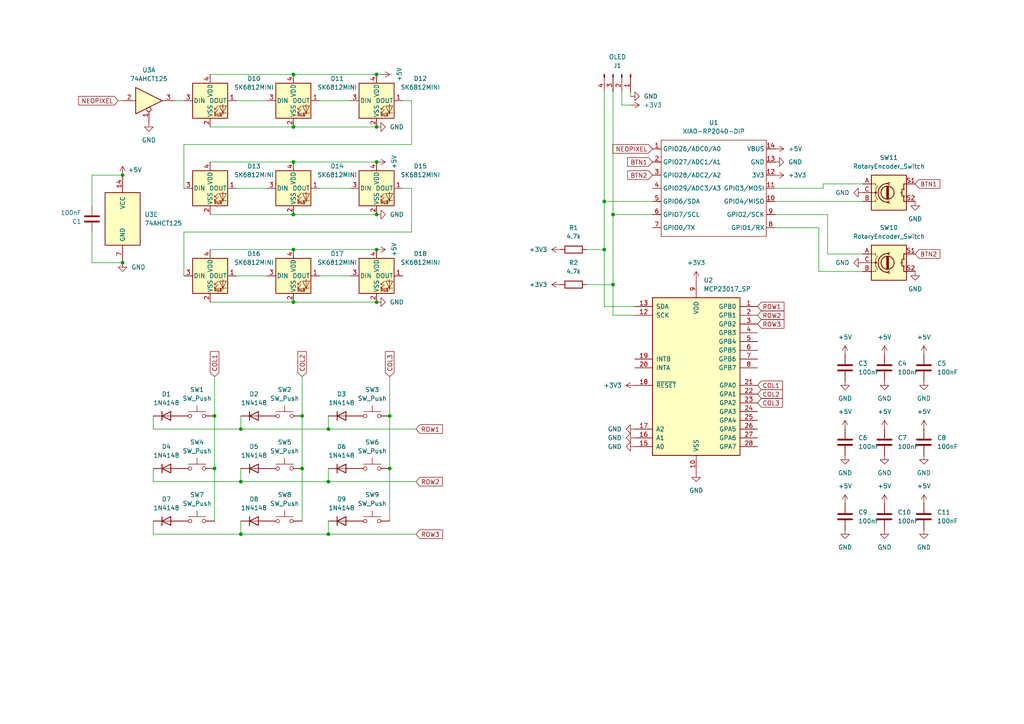
<source format=kicad_sch>
(kicad_sch (version 20250114) (generator "eeschema") (generator_version "9.0")
  (paper "A4")
  (title_block (date "2025-05-26"))
  (lib_symbols
    (symbol "74xx:74AHCT125" (pin_names (offset 1.016))
      (property "Reference" "U" (at 0 1.27 0))
      (property "Value" "74AHCT125" (at 0 -1.27 0))
      (symbol "74AHCT125_1_0"
        (polyline (pts (xy -3.81 3.81) (xy -3.81 -3.81) (xy 3.81 0) (xy -3.81 3.81)) (stroke (width 0.254)) (fill (type background)))
        (pin input line (at -7.62 0 0) (length 3.81) (name "~") (number "2"))
        (pin input inverted (at 0 -6.35 90) (length 4.445) (name "~") (number "1"))
        (pin tri_state line (at 7.62 0 180) (length 3.81) (name "~") (number "3"))
      )
      (symbol "74AHCT125_2_0"
        (polyline (pts (xy -3.81 3.81) (xy -3.81 -3.81) (xy 3.81 0) (xy -3.81 3.81)) (stroke (width 0.254)) (fill (type background)))
        (pin input line (at -7.62 0 0) (length 3.81) (name "~") (number "5"))
        (pin input inverted (at 0 -6.35 90) (length 4.445) (name "~") (number "4"))
        (pin tri_state line (at 7.62 0 180) (length 3.81) (name "~") (number "6"))
      )
      (symbol "74AHCT125_3_0"
        (polyline (pts (xy -3.81 3.81) (xy -3.81 -3.81) (xy 3.81 0) (xy -3.81 3.81)) (stroke (width 0.254)) (fill (type background)))
        (pin input line (at -7.62 0 0) (length 3.81) (name "~") (number "9"))
        (pin input inverted (at 0 -6.35 90) (length 4.445) (name "~") (number "10"))
        (pin tri_state line (at 7.62 0 180) (length 3.81) (name "~") (number "8"))
      )
      (symbol "74AHCT125_4_0"
        (polyline (pts (xy -3.81 3.81) (xy -3.81 -3.81) (xy 3.81 0) (xy -3.81 3.81)) (stroke (width 0.254)) (fill (type background)))
        (pin input line (at -7.62 0 0) (length 3.81) (name "~") (number "12"))
        (pin input inverted (at 0 -6.35 90) (length 4.445) (name "~") (number "13"))
        (pin tri_state line (at 7.62 0 180) (length 3.81) (name "~") (number "11"))
      )
      (symbol "74AHCT125_5_0"
        (pin power_in line (at 0 12.7 270) (length 5.08) (name "VCC") (number "14"))
        (pin power_in line (at 0 -12.7 90) (length 5.08) (name "GND") (number "7"))
      )
      (symbol "74AHCT125_5_1"
        (rectangle (start -5.08 7.62) (end 5.08 -7.62) (stroke (width 0.254)) (fill (type background)))
      )
    )
    (symbol "Connector:Conn_01x04_Pin" (pin_names (offset 1.016) (hide yes))
      (property "Reference" "J" (at 0 5.08 0))
      (property "Value" "Conn_01x04_Pin" (at 0 -7.62 0))
      (symbol "Conn_01x04_Pin_1_1"
        (rectangle (start 0.8636 2.667) (end 0 2.413) (stroke (width 0.1524)) (fill (type outline)))
        (rectangle (start 0.8636 0.127) (end 0 -0.127) (stroke (width 0.1524)) (fill (type outline)))
        (rectangle (start 0.8636 -2.413) (end 0 -2.667) (stroke (width 0.1524)) (fill (type outline)))
        (rectangle (start 0.8636 -4.953) (end 0 -5.207) (stroke (width 0.1524)) (fill (type outline)))
        (polyline (pts (xy 1.27 2.54) (xy 0.8636 2.54)) (stroke (width 0.1524)))
        (polyline (pts (xy 1.27 0) (xy 0.8636 0)) (stroke (width 0.1524)))
        (polyline (pts (xy 1.27 -2.54) (xy 0.8636 -2.54)) (stroke (width 0.1524)))
        (polyline (pts (xy 1.27 -5.08) (xy 0.8636 -5.08)) (stroke (width 0.1524)))
        (pin passive line (at 5.08 2.54 180) (length 3.81) (name "Pin_1") (number "1"))
        (pin passive line (at 5.08 0 180) (length 3.81) (name "Pin_2") (number "2"))
        (pin passive line (at 5.08 -2.54 180) (length 3.81) (name "Pin_3") (number "3"))
        (pin passive line (at 5.08 -5.08 180) (length 3.81) (name "Pin_4") (number "4"))
      )
    )
    (symbol "Device:C" (pin_numbers (hide yes)) (pin_names (offset 0.254))
      (property "Reference" "C" (at 0.635 2.54 0))
      (property "Value" "C" (at 0.635 -2.54 0))
      (symbol "C_0_1"
        (polyline (pts (xy -2.032 0.762) (xy 2.032 0.762)) (stroke (width 0.508)))
        (polyline (pts (xy -2.032 -0.762) (xy 2.032 -0.762)) (stroke (width 0.508)))
      )
      (symbol "C_1_1"
        (pin passive line (at 0 3.81 270) (length 2.794) (name "~") (number "1"))
        (pin passive line (at 0 -3.81 90) (length 2.794) (name "~") (number "2"))
      )
    )
    (symbol "Device:R" (pin_numbers (hide yes)) (pin_names (offset 0))
      (property "Reference" "R" (at 2.032 0 90))
      (property "Value" "R" (at 0 0 90))
      (symbol "R_0_1"
        (rectangle (start -1.016 -2.54) (end 1.016 2.54) (stroke (width 0.254)))
      )
      (symbol "R_1_1"
        (pin passive line (at 0 3.81 270) (length 1.27) (name "~") (number "1"))
        (pin passive line (at 0 -3.81 90) (length 1.27) (name "~") (number "2"))
      )
    )
    (symbol "Device:RotaryEncoder_Switch" (pin_names (offset 0.254) (hide yes))
      (property "Reference" "SW" (at 0 6.604 0))
      (property "Value" "RotaryEncoder_Switch" (at 0 -6.604 0))
      (symbol "RotaryEncoder_Switch_0_1"
        (rectangle (start -5.08 5.08) (end 5.08 -5.08) (stroke (width 0.254)) (fill (type background)))
        (polyline (pts (xy -5.08 2.54) (xy -3.81 2.54) (xy -3.81 2.032)))
        (polyline (pts (xy -5.08 0) (xy -3.81 0) (xy -3.81 -1.016) (xy -3.302 -2.032)))
        (polyline (pts (xy -5.08 -2.54) (xy -3.81 -2.54) (xy -3.81 -2.032)))
        (polyline (pts (xy -4.318 0) (xy -3.81 0) (xy -3.81 1.016) (xy -3.302 2.032)))
        (circle (center -3.81 0) (radius 0.254) (fill (type outline)))
        (polyline (pts (xy -0.635 -1.778) (xy -0.635 1.778)) (stroke (width 0.254)))
        (circle (center -0.381 0) (radius 1.905) (stroke (width 0.254)))
        (polyline (pts (xy -0.381 -1.778) (xy -0.381 1.778)) (stroke (width 0.254)))
        (arc (start -0.381 -2.794) (mid -3.0988 -0.0635) (end -0.381 2.667) (stroke (width 0.254)))
        (polyline (pts (xy -0.127 1.778) (xy -0.127 -1.778)) (stroke (width 0.254)))
        (polyline (pts (xy 0.254 2.921) (xy -0.508 2.667) (xy 0.127 2.286)) (stroke (width 0.254)))
        (polyline (pts (xy 0.254 -3.048) (xy -0.508 -2.794) (xy 0.127 -2.413)) (stroke (width 0.254)))
        (polyline (pts (xy 3.81 1.016) (xy 3.81 -1.016)) (stroke (width 0.254)))
        (polyline (pts (xy 3.81 0) (xy 3.429 0)) (stroke (width 0.254)))
        (circle (center 4.318 1.016) (radius 0.127) (stroke (width 0.254)))
        (circle (center 4.318 -1.016) (radius 0.127) (stroke (width 0.254)))
        (polyline (pts (xy 5.08 2.54) (xy 4.318 2.54) (xy 4.318 1.016)) (stroke (width 0.254)))
        (polyline (pts (xy 5.08 -2.54) (xy 4.318 -2.54) (xy 4.318 -1.016)) (stroke (width 0.254)))
      )
      (symbol "RotaryEncoder_Switch_1_1"
        (pin passive line (at -7.62 2.54 0) (length 2.54) (name "A") (number "A"))
        (pin passive line (at -7.62 0 0) (length 2.54) (name "C") (number "C"))
        (pin passive line (at -7.62 -2.54 0) (length 2.54) (name "B") (number "B"))
        (pin passive line (at 7.62 2.54 180) (length 2.54) (name "S1") (number "S1"))
        (pin passive line (at 7.62 -2.54 180) (length 2.54) (name "S2") (number "S2"))
      )
    )
    (symbol "Diode:1N4148" (pin_numbers (hide yes)) (pin_names (hide yes))
      (property "Reference" "D" (at 0 2.54 0))
      (property "Value" "1N4148" (at 0 -2.54 0))
      (symbol "1N4148_0_1"
        (polyline (pts (xy -1.27 1.27) (xy -1.27 -1.27)) (stroke (width 0.254)))
        (polyline (pts (xy 1.27 1.27) (xy 1.27 -1.27) (xy -1.27 0) (xy 1.27 1.27)) (stroke (width 0.254)))
        (polyline (pts (xy 1.27 0) (xy -1.27 0)))
      )
      (symbol "1N4148_1_1"
        (pin passive line (at -3.81 0 0) (length 2.54) (name "K") (number "1"))
        (pin passive line (at 3.81 0 180) (length 2.54) (name "A") (number "2"))
      )
    )
    (symbol "Interface_Expansion:MCP23017_SP" (pin_names (offset 1.016))
      (property "Reference" "U" (at -11.43 24.13 0))
      (property "Value" "MCP23017_SP" (at 0 0 0))
      (symbol "MCP23017_SP_0_1"
        (rectangle (start -12.7 22.86) (end 12.7 -22.86) (stroke (width 0.254)) (fill (type background)))
      )
      (symbol "MCP23017_SP_1_1"
        (pin bidirectional line (at -17.78 20.32 0) (length 5.08) (name "SDA") (number "13"))
        (pin input line (at -17.78 17.78 0) (length 5.08) (name "SCK") (number "12"))
        (pin tri_state line (at -17.78 5.08 0) (length 5.08) (name "INTB") (number "19"))
        (pin tri_state line (at -17.78 2.54 0) (length 5.08) (name "INTA") (number "20"))
        (pin input line (at -17.78 -2.54 0) (length 5.08) (name "~{RESET}") (number "18"))
        (pin input line (at -17.78 -15.24 0) (length 5.08) (name "A2") (number "17"))
        (pin input line (at -17.78 -17.78 0) (length 5.08) (name "A1") (number "16"))
        (pin input line (at -17.78 -20.32 0) (length 5.08) (name "A0") (number "15"))
        (pin no_connect line (at -12.7 15.24 0) (length 5.08) (hide yes) (name "NC") (number "11"))
        (pin no_connect line (at -12.7 12.7 0) (length 5.08) (hide yes) (name "NC") (number "14"))
        (pin power_in line (at 0 27.94 270) (length 5.08) (name "VDD") (number "9"))
        (pin power_in line (at 0 -27.94 90) (length 5.08) (name "VSS") (number "10"))
        (pin bidirectional line (at 17.78 20.32 180) (length 5.08) (name "GPB0") (number "1"))
        (pin bidirectional line (at 17.78 17.78 180) (length 5.08) (name "GPB1") (number "2"))
        (pin bidirectional line (at 17.78 15.24 180) (length 5.08) (name "GPB2") (number "3"))
        (pin bidirectional line (at 17.78 12.7 180) (length 5.08) (name "GPB3") (number "4"))
        (pin bidirectional line (at 17.78 10.16 180) (length 5.08) (name "GPB4") (number "5"))
        (pin bidirectional line (at 17.78 7.62 180) (length 5.08) (name "GPB5") (number "6"))
        (pin bidirectional line (at 17.78 5.08 180) (length 5.08) (name "GPB6") (number "7"))
        (pin output line (at 17.78 2.54 180) (length 5.08) (name "GPB7") (number "8"))
        (pin bidirectional line (at 17.78 -2.54 180) (length 5.08) (name "GPA0") (number "21"))
        (pin bidirectional line (at 17.78 -5.08 180) (length 5.08) (name "GPA1") (number "22"))
        (pin bidirectional line (at 17.78 -7.62 180) (length 5.08) (name "GPA2") (number "23"))
        (pin bidirectional line (at 17.78 -10.16 180) (length 5.08) (name "GPA3") (number "24"))
        (pin bidirectional line (at 17.78 -12.7 180) (length 5.08) (name "GPA4") (number "25"))
        (pin bidirectional line (at 17.78 -15.24 180) (length 5.08) (name "GPA5") (number "26"))
        (pin bidirectional line (at 17.78 -17.78 180) (length 5.08) (name "GPA6") (number "27"))
        (pin output line (at 17.78 -20.32 180) (length 5.08) (name "GPA7") (number "28"))
      )
    )
    (symbol "LED:SK6812MINI" (pin_names (offset 0.254))
      (property "Reference" "D" (at 5.08 5.715 0))
      (property "Value" "SK6812MINI" (at 1.27 -5.715 0))
      (symbol "SK6812MINI_0_0"
        (text "RGB" (at 2.286 -4.191 0) (effects (font (size 0.762 0.762))))
      )
      (symbol "SK6812MINI_0_1"
        (polyline (pts (xy 1.27 -2.54) (xy 1.778 -2.54)))
        (polyline (pts (xy 1.27 -3.556) (xy 1.778 -3.556)))
        (polyline (pts (xy 2.286 -1.524) (xy 1.27 -2.54) (xy 1.27 -2.032)))
        (polyline (pts (xy 2.286 -2.54) (xy 1.27 -3.556) (xy 1.27 -3.048)))
        (polyline (pts (xy 3.683 -1.016) (xy 3.683 -3.556) (xy 3.683 -4.064)))
        (polyline (pts (xy 4.699 -1.524) (xy 2.667 -1.524) (xy 3.683 -3.556) (xy 4.699 -1.524)))
        (polyline (pts (xy 4.699 -3.556) (xy 2.667 -3.556)))
        (rectangle (start 5.08 5.08) (end -5.08 -5.08) (stroke (width 0.254)) (fill (type background)))
      )
      (symbol "SK6812MINI_1_1"
        (pin input line (at -7.62 0 0) (length 2.54) (name "DIN") (number "3"))
        (pin power_in line (at 0 7.62 270) (length 2.54) (name "VDD") (number "4"))
        (pin power_in line (at 0 -7.62 90) (length 2.54) (name "VSS") (number "2"))
        (pin output line (at 7.62 0 180) (length 2.54) (name "DOUT") (number "1"))
      )
    )
    (symbol "OPL:XIAO-RP2040-DIP"
      (property "Reference" "U" (at 0 0 0))
      (property "Value" "XIAO-RP2040-DIP" (at 5.334 -1.778 0))
      (symbol "XIAO-RP2040-DIP_1_0"
        (polyline (pts (xy -1.27 -2.54) (xy 29.21 -2.54)) (stroke (width 0.1524)))
        (polyline (pts (xy -1.27 -5.08) (xy -2.54 -5.08)) (stroke (width 0.1524)))
        (polyline (pts (xy -1.27 -5.08) (xy -1.27 -2.54)) (stroke (width 0.1524)))
        (polyline (pts (xy -1.27 -8.89) (xy -2.54 -8.89)) (stroke (width 0.1524)))
        (polyline (pts (xy -1.27 -8.89) (xy -1.27 -5.08)) (stroke (width 0.1524)))
        (polyline (pts (xy -1.27 -12.7) (xy -2.54 -12.7)) (stroke (width 0.1524)))
        (polyline (pts (xy -1.27 -12.7) (xy -1.27 -8.89)) (stroke (width 0.1524)))
        (polyline (pts (xy -1.27 -16.51) (xy -2.54 -16.51)) (stroke (width 0.1524)))
        (polyline (pts (xy -1.27 -16.51) (xy -1.27 -12.7)) (stroke (width 0.1524)))
        (polyline (pts (xy -1.27 -20.32) (xy -2.54 -20.32)) (stroke (width 0.1524)))
        (polyline (pts (xy -1.27 -24.13) (xy -2.54 -24.13)) (stroke (width 0.1524)))
        (polyline (pts (xy -1.27 -27.94) (xy -2.54 -27.94)) (stroke (width 0.1524)))
        (polyline (pts (xy -1.27 -30.48) (xy -1.27 -16.51)) (stroke (width 0.1524)))
        (polyline (pts (xy 29.21 -2.54) (xy 29.21 -5.08)) (stroke (width 0.1524)))
        (polyline (pts (xy 29.21 -5.08) (xy 29.21 -8.89)) (stroke (width 0.1524)))
        (polyline (pts (xy 29.21 -8.89) (xy 29.21 -12.7)) (stroke (width 0.1524)))
        (polyline (pts (xy 29.21 -12.7) (xy 29.21 -30.48)) (stroke (width 0.1524)))
        (polyline (pts (xy 29.21 -30.48) (xy -1.27 -30.48)) (stroke (width 0.1524)))
        (polyline (pts (xy 30.48 -5.08) (xy 29.21 -5.08)) (stroke (width 0.1524)))
        (polyline (pts (xy 30.48 -8.89) (xy 29.21 -8.89)) (stroke (width 0.1524)))
        (polyline (pts (xy 30.48 -12.7) (xy 29.21 -12.7)) (stroke (width 0.1524)))
        (polyline (pts (xy 30.48 -16.51) (xy 29.21 -16.51)) (stroke (width 0.1524)))
        (polyline (pts (xy 30.48 -20.32) (xy 29.21 -20.32)) (stroke (width 0.1524)))
        (polyline (pts (xy 30.48 -24.13) (xy 29.21 -24.13)) (stroke (width 0.1524)))
        (polyline (pts (xy 30.48 -27.94) (xy 29.21 -27.94)) (stroke (width 0.1524)))
        (pin passive line (at -3.81 -5.08 0) (length 2.54) (name "GPIO26/ADC0/A0") (number "1"))
        (pin passive line (at -3.81 -8.89 0) (length 2.54) (name "GPIO27/ADC1/A1") (number "2"))
        (pin passive line (at -3.81 -12.7 0) (length 2.54) (name "GPIO28/ADC2/A2") (number "3"))
        (pin passive line (at -3.81 -16.51 0) (length 2.54) (name "GPIO29/ADC3/A3") (number "4"))
        (pin passive line (at -3.81 -20.32 0) (length 2.54) (name "GPIO6/SDA") (number "5"))
        (pin passive line (at -3.81 -24.13 0) (length 2.54) (name "GPIO7/SCL") (number "6"))
        (pin passive line (at -3.81 -27.94 0) (length 2.54) (name "GPIO0/TX") (number "7"))
        (pin passive line (at 31.75 -5.08 180) (length 2.54) (name "VBUS") (number "14"))
        (pin passive line (at 31.75 -8.89 180) (length 2.54) (name "GND") (number "13"))
        (pin passive line (at 31.75 -12.7 180) (length 2.54) (name "3V3") (number "12"))
        (pin passive line (at 31.75 -16.51 180) (length 2.54) (name "GPIO3/MOSI") (number "11"))
        (pin passive line (at 31.75 -20.32 180) (length 2.54) (name "GPIO4/MISO") (number "10"))
        (pin passive line (at 31.75 -24.13 180) (length 2.54) (name "GPIO2/SCK") (number "9"))
        (pin passive line (at 31.75 -27.94 180) (length 2.54) (name "GPIO1/RX") (number "8"))
      )
    )
    (symbol "Switch:SW_Push" (pin_numbers (hide yes)) (pin_names (offset 1.016) (hide yes))
      (property "Reference" "SW" (at 1.27 2.54 0))
      (property "Value" "SW_Push" (at 0 -1.524 0))
      (symbol "SW_Push_0_1"
        (circle (center -2.032 0) (radius 0.508))
        (polyline (pts (xy 0 1.27) (xy 0 3.048)))
        (circle (center 2.032 0) (radius 0.508))
        (polyline (pts (xy 2.54 1.27) (xy -2.54 1.27)))
        (pin passive line (at -5.08 0 0) (length 2.54) (name "1") (number "1"))
        (pin passive line (at 5.08 0 180) (length 2.54) (name "2") (number "2"))
      )
    )
    (symbol "power:+3V3" (power) (pin_numbers (hide yes)) (pin_names (offset 0) (hide yes))
      (property "Value" "+3V3" (at 0 3.556 0))
      (symbol "+3V3_0_1"
        (polyline (pts (xy -0.762 1.27) (xy 0 2.54)))
        (polyline (pts (xy 0 2.54) (xy 0.762 1.27)))
        (polyline (pts (xy 0 0) (xy 0 2.54)))
      )
      (symbol "+3V3_1_1"
        (pin power_in line (at 0 0 90) (length 0) (name "~") (number "1"))
      )
    )
    (symbol "power:+5V" (power) (pin_numbers (hide yes)) (pin_names (offset 0) (hide yes))
      (property "Value" "+5V" (at 0 3.556 0))
      (symbol "+5V_0_1"
        (polyline (pts (xy -0.762 1.27) (xy 0 2.54)))
        (polyline (pts (xy 0 2.54) (xy 0.762 1.27)))
        (polyline (pts (xy 0 0) (xy 0 2.54)))
      )
      (symbol "+5V_1_1"
        (pin power_in line (at 0 0 90) (length 0) (name "~") (number "1"))
      )
    )
    (symbol "power:GND" (power) (pin_numbers (hide yes)) (pin_names (offset 0) (hide yes))
      (property "Value" "GND" (at 0 -3.81 0))
      (symbol "GND_0_1"
        (polyline (pts (xy 0 0) (xy 0 -1.27) (xy 1.27 -1.27) (xy 0 -2.54) (xy -1.27 -1.27) (xy 0 -1.27)))
      )
      (symbol "GND_1_1"
        (pin power_in line (at 0 0 270) (length 0) (name "~") (number "1"))
      )
    )
  )
  (junction (at 62.23 135.89))
  (junction (at 69.85 139.7))
  (junction (at 35.56 76.2))
  (junction (at 175.26 72.39))
  (junction (at 109.22 46.99))
  (junction (at 95.25 124.46))
  (junction (at 69.85 154.94))
  (junction (at 85.09 21.59))
  (junction (at 109.22 87.63))
  (junction (at 85.09 36.83))
  (junction (at 95.25 139.7))
  (junction (at 109.22 62.23))
  (junction (at 113.03 120.65))
  (junction (at 109.22 21.59))
  (junction (at 85.09 72.39))
  (junction (at 69.85 124.46))
  (junction (at 35.56 50.8))
  (junction (at 87.63 135.89))
  (junction (at 175.26 58.42))
  (junction (at 177.8 82.55))
  (junction (at 85.09 62.23))
  (junction (at 95.25 154.94))
  (junction (at 109.22 36.83))
  (junction (at 177.8 62.23))
  (junction (at 85.09 87.63))
  (junction (at 109.22 72.39))
  (junction (at 85.09 46.99))
  (junction (at 62.23 120.65))
  (junction (at 87.63 120.65))
  (junction (at 113.03 135.89))
  (wire (pts (xy 119.38 54.61) (xy 119.38 67.31)))
  (wire (pts (xy 53.34 67.31) (xy 119.38 67.31)))
  (wire (pts (xy 177.8 62.23) (xy 189.23 62.23)))
  (wire (pts (xy 250.19 53.34) (xy 238.76 53.34)))
  (wire (pts (xy 85.09 87.63) (xy 109.22 87.63)))
  (wire (pts (xy 95.25 135.89) (xy 95.25 139.7)))
  (wire (pts (xy 60.96 72.39) (xy 85.09 72.39)))
  (wire (pts (xy 175.26 72.39) (xy 175.26 58.42)))
  (wire (pts (xy 119.38 29.21) (xy 116.84 29.21)))
  (wire (pts (xy 240.03 73.66) (xy 250.19 73.66)))
  (wire (pts (xy 69.85 120.65) (xy 69.85 124.46)))
  (wire (pts (xy 95.25 124.46) (xy 120.65 124.46)))
  (wire (pts (xy 62.23 135.89) (xy 62.23 151.13)))
  (wire (pts (xy 26.67 59.69) (xy 26.67 50.8)))
  (wire (pts (xy 44.45 139.7) (xy 69.85 139.7)))
  (wire (pts (xy 119.38 54.61) (xy 116.84 54.61)))
  (wire (pts (xy 85.09 36.83) (xy 109.22 36.83)))
  (wire (pts (xy 170.18 82.55) (xy 177.8 82.55)))
  (wire (pts (xy 50.8 29.21) (xy 53.34 29.21)))
  (wire (pts (xy 180.34 30.48) (xy 182.88 30.48)))
  (wire (pts (xy 26.67 50.8) (xy 35.56 50.8)))
  (wire (pts (xy 68.58 80.01) (xy 77.47 80.01)))
  (wire (pts (xy 26.67 67.31) (xy 26.67 76.2)))
  (wire (pts (xy 95.25 154.94) (xy 120.65 154.94)))
  (wire (pts (xy 44.45 151.13) (xy 44.45 154.94)))
  (wire (pts (xy 44.45 124.46) (xy 69.85 124.46)))
  (wire (pts (xy 113.03 120.65) (xy 113.03 135.89)))
  (wire (pts (xy 68.58 54.61) (xy 77.47 54.61)))
  (wire (pts (xy 44.45 154.94) (xy 69.85 154.94)))
  (wire (pts (xy 62.23 120.65) (xy 62.23 135.89)))
  (wire (pts (xy 170.18 72.39) (xy 175.26 72.39)))
  (wire (pts (xy 180.34 30.48) (xy 180.34 26.67)))
  (wire (pts (xy 224.79 66.04) (xy 237.49 66.04)))
  (wire (pts (xy 60.96 62.23) (xy 85.09 62.23)))
  (wire (pts (xy 53.34 41.91) (xy 53.34 54.61)))
  (wire (pts (xy 238.76 54.61) (xy 224.79 54.61)))
  (wire (pts (xy 175.26 58.42) (xy 189.23 58.42)))
  (wire (pts (xy 92.71 80.01) (xy 101.6 80.01)))
  (wire (pts (xy 95.25 139.7) (xy 120.65 139.7)))
  (wire (pts (xy 113.03 109.22) (xy 113.03 120.65)))
  (wire (pts (xy 95.25 151.13) (xy 95.25 154.94)))
  (wire (pts (xy 92.71 54.61) (xy 101.6 54.61)))
  (wire (pts (xy 87.63 120.65) (xy 87.63 135.89)))
  (wire (pts (xy 119.38 29.21) (xy 119.38 41.91)))
  (wire (pts (xy 238.76 53.34) (xy 238.76 54.61)))
  (wire (pts (xy 177.8 91.44) (xy 184.15 91.44)))
  (wire (pts (xy 177.8 26.67) (xy 177.8 62.23)))
  (wire (pts (xy 87.63 135.89) (xy 87.63 151.13)))
  (wire (pts (xy 44.45 120.65) (xy 44.45 124.46)))
  (wire (pts (xy 68.58 29.21) (xy 77.47 29.21)))
  (wire (pts (xy 62.23 120.65) (xy 62.23 109.22)))
  (wire (pts (xy 175.26 72.39) (xy 175.26 88.9)))
  (wire (pts (xy 85.09 62.23) (xy 109.22 62.23)))
  (wire (pts (xy 237.49 66.04) (xy 237.49 78.74)))
  (wire (pts (xy 60.96 36.83) (xy 85.09 36.83)))
  (wire (pts (xy 69.85 135.89) (xy 69.85 139.7)))
  (wire (pts (xy 119.38 41.91) (xy 53.34 41.91)))
  (wire (pts (xy 92.71 29.21) (xy 101.6 29.21)))
  (wire (pts (xy 44.45 135.89) (xy 44.45 139.7)))
  (wire (pts (xy 237.49 78.74) (xy 250.19 78.74)))
  (wire (pts (xy 95.25 120.65) (xy 95.25 124.46)))
  (wire (pts (xy 34.29 29.21) (xy 35.56 29.21)))
  (wire (pts (xy 240.03 62.23) (xy 224.79 62.23)))
  (wire (pts (xy 175.26 26.67) (xy 175.26 58.42)))
  (wire (pts (xy 60.96 87.63) (xy 85.09 87.63)))
  (wire (pts (xy 177.8 82.55) (xy 177.8 91.44)))
  (wire (pts (xy 69.85 151.13) (xy 69.85 154.94)))
  (wire (pts (xy 224.79 58.42) (xy 250.19 58.42)))
  (wire (pts (xy 113.03 135.89) (xy 113.03 151.13)))
  (wire (pts (xy 85.09 21.59) (xy 109.22 21.59)))
  (wire (pts (xy 85.09 72.39) (xy 109.22 72.39)))
  (wire (pts (xy 110.49 21.59) (xy 109.22 21.59)))
  (wire (pts (xy 69.85 154.94) (xy 95.25 154.94)))
  (wire (pts (xy 26.67 76.2) (xy 35.56 76.2)))
  (wire (pts (xy 87.63 109.22) (xy 87.63 120.65)))
  (wire (pts (xy 60.96 46.99) (xy 85.09 46.99)))
  (wire (pts (xy 240.03 62.23) (xy 240.03 73.66)))
  (wire (pts (xy 182.88 26.67) (xy 182.88 27.94)))
  (wire (pts (xy 85.09 46.99) (xy 109.22 46.99)))
  (wire (pts (xy 60.96 21.59) (xy 85.09 21.59)))
  (wire (pts (xy 69.85 139.7) (xy 95.25 139.7)))
  (wire (pts (xy 177.8 62.23) (xy 177.8 82.55)))
  (wire (pts (xy 175.26 88.9) (xy 184.15 88.9)))
  (wire (pts (xy 69.85 124.46) (xy 95.25 124.46)))
  (wire (pts (xy 53.34 67.31) (xy 53.34 80.01)))
  (global_label "BTN2" (shape input) (at 265.43 73.66 0) (property "Intersheetrefs" "${INTERSHEET_REFS}" (effects (hide yes))))
  (global_label "COL3" (shape input) (at 113.03 109.22 90) (property "Intersheetrefs" "${INTERSHEET_REFS}" (effects (hide yes))))
  (global_label "BTN1" (shape input) (at 189.23 46.99 180) (property "Intersheetrefs" "${INTERSHEET_REFS}" (effects (hide yes))))
  (global_label "ROW3" (shape input) (at 219.71 93.98 0) (property "Intersheetrefs" "${INTERSHEET_REFS}" (effects (hide yes))))
  (global_label "ROW1" (shape input) (at 120.65 124.46 0) (property "Intersheetrefs" "${INTERSHEET_REFS}" (effects (hide yes))))
  (global_label "ROW2" (shape input) (at 219.71 91.44 0) (property "Intersheetrefs" "${INTERSHEET_REFS}" (effects (hide yes))))
  (global_label "BTN1" (shape input) (at 265.43 53.34 0) (property "Intersheetrefs" "${INTERSHEET_REFS}" (effects (hide yes))))
  (global_label "COL1" (shape input) (at 219.71 111.76 0) (property "Intersheetrefs" "${INTERSHEET_REFS}" (effects (hide yes))))
  (global_label "ROW2" (shape input) (at 120.65 139.7 0) (property "Intersheetrefs" "${INTERSHEET_REFS}" (effects (hide yes))))
  (global_label "COL2" (shape input) (at 87.63 109.22 90) (property "Intersheetrefs" "${INTERSHEET_REFS}" (effects (hide yes))))
  (global_label "BTN2" (shape input) (at 189.23 50.8 180) (property "Intersheetrefs" "${INTERSHEET_REFS}" (effects (hide yes))))
  (global_label "ROW1" (shape input) (at 219.71 88.9 0) (property "Intersheetrefs" "${INTERSHEET_REFS}" (effects (hide yes))))
  (global_label "NEOPIXEL" (shape input) (at 189.23 43.18 180) (property "Intersheetrefs" "${INTERSHEET_REFS}" (effects (hide yes))))
  (global_label "COL1" (shape input) (at 62.23 109.22 90) (property "Intersheetrefs" "${INTERSHEET_REFS}" (effects (hide yes))))
  (global_label "ROW3" (shape input) (at 120.65 154.94 0) (property "Intersheetrefs" "${INTERSHEET_REFS}" (effects (hide yes))))
  (global_label "COL3" (shape input) (at 219.71 116.84 0) (property "Intersheetrefs" "${INTERSHEET_REFS}" (effects (hide yes))))
  (global_label "NEOPIXEL" (shape input) (at 34.29 29.21 180) (property "Intersheetrefs" "${INTERSHEET_REFS}" (effects (hide yes))))
  (global_label "COL2" (shape input) (at 219.71 114.3 0) (property "Intersheetrefs" "${INTERSHEET_REFS}" (effects (hide yes))))
  (symbol (lib_id "74xx:74AHCT125") (at 35.56 63.5 0) (unit 5)
    (property "Reference" "U3" (at 41.91 62.2299 0) (effects (justify left)))
    (property "Value" "74AHCT125" (at 41.91 64.7699 0) (effects (justify left)))
    (property "Footprint" "Package_DIP:DIP-14_W7.62mm" (effects (hide yes)))
    (property "Datasheet" "https://www.ti.com/lit/ds/symlink/sn74ahct125.pdf" (effects (hide yes)))
    (property "Description" "Quadruple Bus Buffer Gates With 3-State Outputs" (effects (hide yes)))
  )
  (symbol (lib_id "Switch:SW_Push") (at 82.55 120.65 0) (unit 1)
    (property "Reference" "SW2" (at 82.55 113.03 0))
    (property "Value" "SW_Push" (at 82.55 115.57 0))
    (property "Footprint" "ScottoKeebs_MX:MX_PCB_1.00u" (effects (hide yes)))
    (property "Description" "Push button switch, generic, two pins" (effects (hide yes)))
  )
  (symbol (lib_id "power:GND") (at 267.97 132.08 0) (unit 1)
    (property "Reference" "#PWR038" (effects (hide yes)))
    (property "Value" "GND" (at 267.97 137.16 0))
    (property "Description" "Power symbol creates a global label with name \"GND\" , ground" (effects (hide yes)))
  )
  (symbol (lib_id "power:GND") (at 43.18 35.56 0) (unit 1)
    (property "Reference" "#PWR024" (effects (hide yes)))
    (property "Value" "GND" (at 43.18 40.64 0))
    (property "Description" "Power symbol creates a global label with name \"GND\" , ground" (effects (hide yes)))
  )
  (symbol (lib_id "power:+5V") (at 245.11 124.46 0) (unit 1)
    (property "Reference" "#PWR033" (effects (hide yes)))
    (property "Value" "+5V" (at 245.11 119.38 0))
    (property "Description" "Power symbol creates a global label with name \"+5V\"" (effects (hide yes)))
  )
  (symbol (lib_id "power:GND") (at 256.54 110.49 0) (unit 1)
    (property "Reference" "#PWR031" (effects (hide yes)))
    (property "Value" "GND" (at 256.54 115.57 0))
    (property "Description" "Power symbol creates a global label with name \"GND\" , ground" (effects (hide yes)))
  )
  (symbol (lib_id "power:+5V") (at 35.56 50.8 0) (unit 1)
    (property "Reference" "#PWR026" (effects (hide yes)))
    (property "Value" "+5V" (at 37.084 49.276 0) (effects (justify left)))
    (property "Description" "Power symbol creates a global label with name \"+5V\"" (effects (hide yes)))
  )
  (symbol (lib_id "Switch:SW_Push") (at 57.15 135.89 0) (unit 1)
    (property "Reference" "SW4" (at 57.15 128.27 0))
    (property "Value" "SW_Push" (at 57.15 130.81 0))
    (property "Footprint" "ScottoKeebs_MX:MX_PCB_1.00u" (effects (hide yes)))
    (property "Description" "Push button switch, generic, two pins" (effects (hide yes)))
  )
  (symbol (lib_id "Device:C") (at 256.54 128.27 0) (unit 1)
    (property "Reference" "C7" (at 260.35 126.9999 0) (effects (justify left)))
    (property "Value" "100nF" (at 260.35 129.5399 0) (effects (justify left)))
    (property "Footprint" "Capacitor_THT:C_Disc_D3.0mm_W1.6mm_P2.50mm" (effects (hide yes)))
    (property "Description" "Unpolarized capacitor" (effects (hide yes)))
  )
  (symbol (lib_id "Device:R") (at 166.37 82.55 90) (unit 1)
    (property "Reference" "R2" (at 166.37 76.2 90))
    (property "Value" "4.7k" (at 166.37 78.74 90))
    (property "Footprint" "Resistor_THT:R_Axial_DIN0207_L6.3mm_D2.5mm_P7.62mm_Horizontal" (effects (hide yes)))
    (property "Description" "Resistor" (effects (hide yes)))
  )
  (symbol (lib_id "power:+3V3") (at 224.79 50.8 270) (unit 1)
    (property "Reference" "#PWR04" (effects (hide yes)))
    (property "Value" "+3V3" (at 228.6 50.7999 90) (effects (justify left)))
    (property "Description" "Power symbol creates a global label with name \"+3V3\"" (effects (hide yes)))
  )
  (symbol (lib_id "power:GND") (at 250.19 76.2 270) (unit 1)
    (property "Reference" "#PWR06" (effects (hide yes)))
    (property "Value" "GND" (at 244.348 76.2 90))
    (property "Description" "Power symbol creates a global label with name \"GND\" , ground" (effects (hide yes)))
  )
  (symbol (lib_id "power:+5V") (at 256.54 102.87 0) (unit 1)
    (property "Reference" "#PWR028" (effects (hide yes)))
    (property "Value" "+5V" (at 256.54 97.79 0))
    (property "Description" "Power symbol creates a global label with name \"+5V\"" (effects (hide yes)))
  )
  (symbol (lib_id "power:+5V") (at 224.79 43.18 270) (unit 1)
    (property "Reference" "#PWR03" (effects (hide yes)))
    (property "Value" "+5V" (at 228.6 43.1799 90) (effects (justify left)))
    (property "Description" "Power symbol creates a global label with name \"+5V\"" (effects (hide yes)))
  )
  (symbol (lib_id "power:GND") (at 109.22 62.23 90) (unit 1)
    (property "Reference" "#PWR012" (effects (hide yes)))
    (property "Value" "GND" (at 113.03 62.2299 90) (effects (justify right)))
    (property "Description" "Power symbol creates a global label with name \"GND\" , ground" (effects (hide yes)))
  )
  (symbol (lib_id "power:+5V") (at 110.49 21.59 270) (unit 1)
    (property "Reference" "#PWR02" (effects (hide yes)))
    (property "Value" "+5V" (at 115.824 21.59 0))
    (property "Description" "Power symbol creates a global label with name \"+5V\"" (effects (hide yes)))
  )
  (symbol (lib_id "power:GND") (at 109.22 87.63 90) (unit 1)
    (property "Reference" "#PWR014" (effects (hide yes)))
    (property "Value" "GND" (at 113.03 87.6299 90) (effects (justify right)))
    (property "Description" "Power symbol creates a global label with name \"GND\" , ground" (effects (hide yes)))
  )
  (symbol (lib_id "power:GND") (at 267.97 110.49 0) (unit 1)
    (property "Reference" "#PWR032" (effects (hide yes)))
    (property "Value" "GND" (at 267.97 115.57 0))
    (property "Description" "Power symbol creates a global label with name \"GND\" , ground" (effects (hide yes)))
  )
  (symbol (lib_id "Switch:SW_Push") (at 107.95 135.89 0) (unit 1)
    (property "Reference" "SW6" (at 107.95 128.27 0))
    (property "Value" "SW_Push" (at 107.95 130.81 0))
    (property "Footprint" "ScottoKeebs_MX:MX_PCB_1.00u" (effects (hide yes)))
    (property "Description" "Push button switch, generic, two pins" (effects (hide yes)))
  )
  (symbol (lib_id "Switch:SW_Push") (at 82.55 151.13 0) (unit 1)
    (property "Reference" "SW8" (at 82.55 143.51 0))
    (property "Value" "SW_Push" (at 82.55 146.05 0))
    (property "Footprint" "ScottoKeebs_MX:MX_PCB_1.00u" (effects (hide yes)))
    (property "Description" "Push button switch, generic, two pins" (effects (hide yes)))
  )
  (symbol (lib_id "power:+3V3") (at 162.56 72.39 90) (unit 1)
    (property "Reference" "#PWR016" (effects (hide yes)))
    (property "Value" "+3V3" (at 158.75 72.3899 90) (effects (justify left)))
    (property "Description" "Power symbol creates a global label with name \"+3V3\"" (effects (hide yes)))
  )
  (symbol (lib_id "Diode:1N4148") (at 73.66 120.65 0) (unit 1)
    (property "Reference" "D2" (at 73.66 114.3 0))
    (property "Value" "1N4148" (at 73.66 116.84 0))
    (property "Footprint" "Diode_THT:D_DO-35_SOD27_P7.62mm_Horizontal" (effects (hide yes)))
    (property "Datasheet" "https://assets.nexperia.com/documents/data-sheet/1N4148_1N4448.pdf" (effects (hide yes)))
    (property "Description" "100V 0.15A standard switching diode, DO-35" (effects (hide yes)))
    (property "Sim.Device" "D" (effects (hide yes)))
    (property "Sim.Pins" "1=K 2=A" (effects (hide yes)))
  )
  (symbol (lib_id "Device:R") (at 166.37 72.39 90) (unit 1)
    (property "Reference" "R1" (at 166.37 66.04 90))
    (property "Value" "4.7k" (at 166.37 68.58 90))
    (property "Footprint" "Resistor_THT:R_Axial_DIN0207_L6.3mm_D2.5mm_P7.62mm_Horizontal" (effects (hide yes)))
    (property "Description" "Resistor" (effects (hide yes)))
  )
  (symbol (lib_id "power:GND") (at 109.22 36.83 90) (unit 1)
    (property "Reference" "#PWR05" (effects (hide yes)))
    (property "Value" "GND" (at 113.03 36.8299 90) (effects (justify right)))
    (property "Description" "Power symbol creates a global label with name \"GND\" , ground" (effects (hide yes)))
  )
  (symbol (lib_id "LED:SK6812MINI") (at 109.22 54.61 0) (unit 1)
    (property "Reference" "D15" (at 121.92 48.1898 0))
    (property "Value" "SK6812MINI" (at 121.92 50.7298 0))
    (property "Footprint" "ScottoKeebs_Components:LED_SK6812MINI" (effects (hide yes)))
    (property "Datasheet" "https://cdn-shop.adafruit.com/product-files/2686/SK6812MINI_REV.01-1-2.pdf" (effects (hide yes)))
    (property "Description" "RGB LED with integrated controller" (effects (hide yes)))
  )
  (symbol (lib_id "power:+5V") (at 109.22 46.99 270) (unit 1)
    (property "Reference" "#PWR011" (effects (hide yes)))
    (property "Value" "+5V" (at 114.3 46.99 0))
    (property "Description" "Power symbol creates a global label with name \"+5V\"" (effects (hide yes)))
  )
  (symbol (lib_id "power:GND") (at 250.19 55.88 270) (unit 1)
    (property "Reference" "#PWR07" (effects (hide yes)))
    (property "Value" "GND" (at 244.348 55.88 90))
    (property "Description" "Power symbol creates a global label with name \"GND\" , ground" (effects (hide yes)))
  )
  (symbol (lib_id "Device:C") (at 245.11 106.68 0) (unit 1)
    (property "Reference" "C3" (at 248.92 105.4099 0) (effects (justify left)))
    (property "Value" "100nF" (at 248.92 107.9499 0) (effects (justify left)))
    (property "Footprint" "Capacitor_THT:C_Disc_D3.0mm_W1.6mm_P2.50mm" (effects (hide yes)))
    (property "Description" "Unpolarized capacitor" (effects (hide yes)))
  )
  (symbol (lib_id "power:GND") (at 184.15 124.46 270) (unit 1)
    (property "Reference" "#PWR020" (effects (hide yes)))
    (property "Value" "GND" (at 180.34 124.4599 90) (effects (justify right)))
    (property "Description" "Power symbol creates a global label with name \"GND\" , ground" (effects (hide yes)))
  )
  (symbol (lib_id "Diode:1N4148") (at 99.06 120.65 0) (unit 1)
    (property "Reference" "D3" (at 99.06 114.3 0))
    (property "Value" "1N4148" (at 99.06 116.84 0))
    (property "Footprint" "Diode_THT:D_DO-35_SOD27_P7.62mm_Horizontal" (effects (hide yes)))
    (property "Datasheet" "https://assets.nexperia.com/documents/data-sheet/1N4148_1N4448.pdf" (effects (hide yes)))
    (property "Description" "100V 0.15A standard switching diode, DO-35" (effects (hide yes)))
    (property "Sim.Device" "D" (effects (hide yes)))
    (property "Sim.Pins" "1=K 2=A" (effects (hide yes)))
  )
  (symbol (lib_id "power:+3V3") (at 184.15 111.76 90) (unit 1)
    (property "Reference" "#PWR019" (effects (hide yes)))
    (property "Value" "+3V3" (at 180.34 111.7599 90) (effects (justify left)))
    (property "Description" "Power symbol creates a global label with name \"+3V3\"" (effects (hide yes)))
  )
  (symbol (lib_id "LED:SK6812MINI") (at 85.09 80.01 0) (unit 1)
    (property "Reference" "D17" (at 97.79 73.5898 0))
    (property "Value" "SK6812MINI" (at 97.79 76.1298 0))
    (property "Footprint" "ScottoKeebs_Components:LED_SK6812MINI" (effects (hide yes)))
    (property "Datasheet" "https://cdn-shop.adafruit.com/product-files/2686/SK6812MINI_REV.01-1-2.pdf" (effects (hide yes)))
    (property "Description" "RGB LED with integrated controller" (effects (hide yes)))
  )
  (symbol (lib_id "power:+5V") (at 245.11 146.05 0) (unit 1)
    (property "Reference" "#PWR039" (effects (hide yes)))
    (property "Value" "+5V" (at 245.11 140.97 0))
    (property "Description" "Power symbol creates a global label with name \"+5V\"" (effects (hide yes)))
  )
  (symbol (lib_id "power:GND") (at 265.43 78.74 0) (unit 1)
    (property "Reference" "#PWR023" (effects (hide yes)))
    (property "Value" "GND" (at 265.43 83.82 0))
    (property "Description" "Power symbol creates a global label with name \"GND\" , ground" (effects (hide yes)))
  )
  (symbol (lib_id "Diode:1N4148") (at 73.66 151.13 0) (unit 1)
    (property "Reference" "D8" (at 73.66 144.78 0))
    (property "Value" "1N4148" (at 73.66 147.32 0))
    (property "Footprint" "Diode_THT:D_DO-35_SOD27_P7.62mm_Horizontal" (effects (hide yes)))
    (property "Datasheet" "https://assets.nexperia.com/documents/data-sheet/1N4148_1N4448.pdf" (effects (hide yes)))
    (property "Description" "100V 0.15A standard switching diode, DO-35" (effects (hide yes)))
    (property "Sim.Device" "D" (effects (hide yes)))
    (property "Sim.Pins" "1=K 2=A" (effects (hide yes)))
  )
  (symbol (lib_id "power:+3V3") (at 162.56 82.55 90) (unit 1)
    (property "Reference" "#PWR018" (effects (hide yes)))
    (property "Value" "+3V3" (at 158.75 82.5499 90) (effects (justify left)))
    (property "Description" "Power symbol creates a global label with name \"+3V3\"" (effects (hide yes)))
  )
  (symbol (lib_id "power:GND") (at 184.15 127 270) (unit 1)
    (property "Reference" "#PWR021" (effects (hide yes)))
    (property "Value" "GND" (at 180.34 126.9999 90) (effects (justify right)))
    (property "Description" "Power symbol creates a global label with name \"GND\" , ground" (effects (hide yes)))
  )
  (symbol (lib_id "power:GND") (at 201.93 137.16 0) (unit 1)
    (property "Reference" "#PWR017" (effects (hide yes)))
    (property "Value" "GND" (at 201.93 142.24 0))
    (property "Description" "Power symbol creates a global label with name \"GND\" , ground" (effects (hide yes)))
  )
  (symbol (lib_id "power:GND") (at 35.56 76.2 0) (unit 1)
    (property "Reference" "#PWR025" (effects (hide yes)))
    (property "Value" "GND" (at 38.1 77.4699 0) (effects (justify left)))
    (property "Description" "Power symbol creates a global label with name \"GND\" , ground" (effects (hide yes)))
  )
  (symbol (lib_id "power:GND") (at 256.54 153.67 0) (unit 1)
    (property "Reference" "#PWR042" (effects (hide yes)))
    (property "Value" "GND" (at 256.54 158.75 0))
    (property "Description" "Power symbol creates a global label with name \"GND\" , ground" (effects (hide yes)))
  )
  (symbol (lib_id "power:GND") (at 245.11 132.08 0) (unit 1)
    (property "Reference" "#PWR034" (effects (hide yes)))
    (property "Value" "GND" (at 245.11 137.16 0))
    (property "Description" "Power symbol creates a global label with name \"GND\" , ground" (effects (hide yes)))
  )
  (symbol (lib_id "Connector:Conn_01x04_Pin") (at 180.34 21.59 270) (unit 1)
    (property "Reference" "J1" (at 179.07 19.05 90))
    (property "Value" "OLED" (at 179.07 16.51 90))
    (property "Footprint" "Kicad Footprint Folder:SSD1306-0.91-OLED-4pin-128x32" (effects (hide yes)))
    (property "Description" "Generic connector, single row, 01x04, script generated" (effects (hide yes)))
  )
  (symbol (lib_id "Device:C") (at 256.54 149.86 0) (unit 1)
    (property "Reference" "C10" (at 260.35 148.5899 0) (effects (justify left)))
    (property "Value" "100nF" (at 260.35 151.1299 0) (effects (justify left)))
    (property "Footprint" "Capacitor_THT:C_Disc_D3.0mm_W1.6mm_P2.50mm" (effects (hide yes)))
    (property "Description" "Unpolarized capacitor" (effects (hide yes)))
  )
  (symbol (lib_id "power:+5V") (at 267.97 146.05 0) (unit 1)
    (property "Reference" "#PWR043" (effects (hide yes)))
    (property "Value" "+5V" (at 267.97 140.97 0))
    (property "Description" "Power symbol creates a global label with name \"+5V\"" (effects (hide yes)))
  )
  (symbol (lib_id "power:GND") (at 256.54 132.08 0) (unit 1)
    (property "Reference" "#PWR036" (effects (hide yes)))
    (property "Value" "GND" (at 256.54 137.16 0))
    (property "Description" "Power symbol creates a global label with name \"GND\" , ground" (effects (hide yes)))
  )
  (symbol (lib_id "OPL:XIAO-RP2040-DIP") (at 193.04 38.1 0) (unit 1)
    (property "Reference" "U1" (at 207.01 35.56 0))
    (property "Value" "XIAO-RP2040-DIP" (at 207.01 38.1 0))
    (property "Footprint" "OPL:XIAO-RP2040-DIP" (effects (hide yes)))
  )
  (symbol (lib_id "power:GND") (at 245.11 153.67 0) (unit 1)
    (property "Reference" "#PWR040" (effects (hide yes)))
    (property "Value" "GND" (at 245.11 158.75 0))
    (property "Description" "Power symbol creates a global label with name \"GND\" , ground" (effects (hide yes)))
  )
  (symbol (lib_id "Device:C") (at 267.97 106.68 0) (unit 1)
    (property "Reference" "C5" (at 271.78 105.4099 0) (effects (justify left)))
    (property "Value" "100nF" (at 271.78 107.9499 0) (effects (justify left)))
    (property "Footprint" "Capacitor_THT:C_Disc_D3.0mm_W1.6mm_P2.50mm" (effects (hide yes)))
    (property "Description" "Unpolarized capacitor" (effects (hide yes)))
  )
  (symbol (lib_id "Switch:SW_Push") (at 82.55 135.89 0) (unit 1)
    (property "Reference" "SW5" (at 82.55 128.27 0))
    (property "Value" "SW_Push" (at 82.55 130.81 0))
    (property "Footprint" "ScottoKeebs_MX:MX_PCB_1.00u" (effects (hide yes)))
    (property "Description" "Push button switch, generic, two pins" (effects (hide yes)))
  )
  (symbol (lib_id "Diode:1N4148") (at 99.06 135.89 0) (unit 1)
    (property "Reference" "D6" (at 99.06 129.54 0))
    (property "Value" "1N4148" (at 99.06 132.08 0))
    (property "Footprint" "Diode_THT:D_DO-35_SOD27_P7.62mm_Horizontal" (effects (hide yes)))
    (property "Datasheet" "https://assets.nexperia.com/documents/data-sheet/1N4148_1N4448.pdf" (effects (hide yes)))
    (property "Description" "100V 0.15A standard switching diode, DO-35" (effects (hide yes)))
    (property "Sim.Device" "D" (effects (hide yes)))
    (property "Sim.Pins" "1=K 2=A" (effects (hide yes)))
  )
  (symbol (lib_id "74xx:74AHCT125") (at 43.18 29.21 0) (unit 1)
    (property "Reference" "U3" (at 43.18 20.32 0))
    (property "Value" "74AHCT125" (at 43.18 22.86 0))
    (property "Footprint" "Package_DIP:DIP-14_W7.62mm" (effects (hide yes)))
    (property "Datasheet" "https://www.ti.com/lit/ds/symlink/sn74ahct125.pdf" (effects (hide yes)))
    (property "Description" "Quadruple Bus Buffer Gates With 3-State Outputs" (effects (hide yes)))
  )
  (symbol (lib_id "Device:C") (at 245.11 149.86 0) (unit 1)
    (property "Reference" "C9" (at 248.92 148.5899 0) (effects (justify left)))
    (property "Value" "100nF" (at 248.92 151.1299 0) (effects (justify left)))
    (property "Footprint" "Capacitor_THT:C_Disc_D3.0mm_W1.6mm_P2.50mm" (effects (hide yes)))
    (property "Description" "Unpolarized capacitor" (effects (hide yes)))
  )
  (symbol (lib_id "Switch:SW_Push") (at 107.95 151.13 0) (unit 1)
    (property "Reference" "SW9" (at 107.95 143.51 0))
    (property "Value" "SW_Push" (at 107.95 146.05 0))
    (property "Footprint" "ScottoKeebs_MX:MX_PCB_1.00u" (effects (hide yes)))
    (property "Description" "Push button switch, generic, two pins" (effects (hide yes)))
  )
  (symbol (lib_id "Interface_Expansion:MCP23017_SP") (at 201.93 109.22 0) (unit 1)
    (property "Reference" "U2" (at 204.0733 81.28 0) (effects (justify left)))
    (property "Value" "MCP23017_SP" (at 204.0733 83.82 0) (effects (justify left)))
    (property "Footprint" "Package_DIP:DIP-28_W7.62mm" (effects (hide yes)))
    (property "Datasheet" "https://ww1.microchip.com/downloads/aemDocuments/documents/APID/ProductDocuments/DataSheets/MCP23017-Data-Sheet-DS20001952.pdf" (effects (hide yes)))
    (property "Description" "16-bit I/O expander, I2C, interrupts, w pull-ups, SPDIP-28" (effects (hide yes)))
  )
  (symbol (lib_id "power:+3V3") (at 201.93 81.28 0) (unit 1)
    (property "Reference" "#PWR015" (effects (hide yes)))
    (property "Value" "+3V3" (at 201.93 76.2 0))
    (property "Description" "Power symbol creates a global label with name \"+3V3\"" (effects (hide yes)))
  )
  (symbol (lib_id "power:GND") (at 182.88 27.94 90) (unit 1)
    (property "Reference" "#PWR09" (effects (hide yes)))
    (property "Value" "GND" (at 186.69 27.9401 90) (effects (justify right)))
    (property "Description" "Power symbol creates a global label with name \"GND\" , ground" (effects (hide yes)))
  )
  (symbol (lib_id "power:+5V") (at 267.97 124.46 0) (unit 1)
    (property "Reference" "#PWR037" (effects (hide yes)))
    (property "Value" "+5V" (at 267.97 119.38 0))
    (property "Description" "Power symbol creates a global label with name \"+5V\"" (effects (hide yes)))
  )
  (symbol (lib_id "power:+5V") (at 256.54 146.05 0) (unit 1)
    (property "Reference" "#PWR041" (effects (hide yes)))
    (property "Value" "+5V" (at 256.54 140.97 0))
    (property "Description" "Power symbol creates a global label with name \"+5V\"" (effects (hide yes)))
  )
  (symbol (lib_id "Diode:1N4148") (at 48.26 135.89 0) (unit 1)
    (property "Reference" "D4" (at 48.26 129.54 0))
    (property "Value" "1N4148" (at 48.26 132.08 0))
    (property "Footprint" "Diode_THT:D_DO-35_SOD27_P7.62mm_Horizontal" (effects (hide yes)))
    (property "Datasheet" "https://assets.nexperia.com/documents/data-sheet/1N4148_1N4448.pdf" (effects (hide yes)))
    (property "Description" "100V 0.15A standard switching diode, DO-35" (effects (hide yes)))
    (property "Sim.Device" "D" (effects (hide yes)))
    (property "Sim.Pins" "1=K 2=A" (effects (hide yes)))
  )
  (symbol (lib_id "power:GND") (at 265.43 58.42 0) (unit 1)
    (property "Reference" "#PWR08" (effects (hide yes)))
    (property "Value" "GND" (at 265.43 63.5 0))
    (property "Description" "Power symbol creates a global label with name \"GND\" , ground" (effects (hide yes)))
  )
  (symbol (lib_id "Switch:SW_Push") (at 107.95 120.65 0) (unit 1)
    (property "Reference" "SW3" (at 107.95 113.03 0))
    (property "Value" "SW_Push" (at 107.95 115.57 0))
    (property "Footprint" "ScottoKeebs_MX:MX_PCB_1.00u" (effects (hide yes)))
    (property "Description" "Push button switch, generic, two pins" (effects (hide yes)))
  )
  (symbol (lib_id "Device:RotaryEncoder_Switch") (at 257.81 55.88 0) (unit 1)
    (property "Reference" "SW11" (at 257.81 45.72 0))
    (property "Value" "RotaryEncoder_Switch" (at 257.81 48.26 0))
    (property "Footprint" "ScottoKeebs_Scotto:Encoder_EC11_MX" (effects (hide yes)))
    (property "Description" "Rotary encoder, dual channel, incremental quadrate outputs, with switch" (effects (hide yes)))
  )
  (symbol (lib_id "Device:C") (at 267.97 128.27 0) (unit 1)
    (property "Reference" "C8" (at 271.78 126.9999 0) (effects (justify left)))
    (property "Value" "100nF" (at 271.78 129.5399 0) (effects (justify left)))
    (property "Footprint" "Capacitor_THT:C_Disc_D3.0mm_W1.6mm_P2.50mm" (effects (hide yes)))
    (property "Description" "Unpolarized capacitor" (effects (hide yes)))
  )
  (symbol (lib_id "Diode:1N4148") (at 73.66 135.89 0) (unit 1)
    (property "Reference" "D5" (at 73.66 129.54 0))
    (property "Value" "1N4148" (at 73.66 132.08 0))
    (property "Footprint" "Diode_THT:D_DO-35_SOD27_P7.62mm_Horizontal" (effects (hide yes)))
    (property "Datasheet" "https://assets.nexperia.com/documents/data-sheet/1N4148_1N4448.pdf" (effects (hide yes)))
    (property "Description" "100V 0.15A standard switching diode, DO-35" (effects (hide yes)))
    (property "Sim.Device" "D" (effects (hide yes)))
    (property "Sim.Pins" "1=K 2=A" (effects (hide yes)))
  )
  (symbol (lib_id "Device:C") (at 267.97 149.86 0) (unit 1)
    (property "Reference" "C11" (at 271.78 148.5899 0) (effects (justify left)))
    (property "Value" "100nF" (at 271.78 151.1299 0) (effects (justify left)))
    (property "Footprint" "Capacitor_THT:C_Disc_D3.0mm_W1.6mm_P2.50mm" (effects (hide yes)))
    (property "Description" "Unpolarized capacitor" (effects (hide yes)))
  )
  (symbol (lib_id "power:GND") (at 267.97 153.67 0) (unit 1)
    (property "Reference" "#PWR044" (effects (hide yes)))
    (property "Value" "GND" (at 267.97 158.75 0))
    (property "Description" "Power symbol creates a global label with name \"GND\" , ground" (effects (hide yes)))
  )
  (symbol (lib_id "LED:SK6812MINI") (at 109.22 29.21 0) (unit 1)
    (property "Reference" "D12" (at 121.92 22.7898 0))
    (property "Value" "SK6812MINI" (at 121.92 25.3298 0))
    (property "Footprint" "ScottoKeebs_Components:LED_SK6812MINI" (effects (hide yes)))
    (property "Datasheet" "https://cdn-shop.adafruit.com/product-files/2686/SK6812MINI_REV.01-1-2.pdf" (effects (hide yes)))
    (property "Description" "RGB LED with integrated controller" (effects (hide yes)))
  )
  (symbol (lib_id "Diode:1N4148") (at 99.06 151.13 0) (unit 1)
    (property "Reference" "D9" (at 99.06 144.78 0))
    (property "Value" "1N4148" (at 99.06 147.32 0))
    (property "Footprint" "Diode_THT:D_DO-35_SOD27_P7.62mm_Horizontal" (effects (hide yes)))
    (property "Datasheet" "https://assets.nexperia.com/documents/data-sheet/1N4148_1N4448.pdf" (effects (hide yes)))
    (property "Description" "100V 0.15A standard switching diode, DO-35" (effects (hide yes)))
    (property "Sim.Device" "D" (effects (hide yes)))
    (property "Sim.Pins" "1=K 2=A" (effects (hide yes)))
  )
  (symbol (lib_id "LED:SK6812MINI") (at 109.22 80.01 0) (unit 1)
    (property "Reference" "D18" (at 121.92 73.5898 0))
    (property "Value" "SK6812MINI" (at 121.92 76.1298 0))
    (property "Footprint" "ScottoKeebs_Components:LED_SK6812MINI" (effects (hide yes)))
    (property "Datasheet" "https://cdn-shop.adafruit.com/product-files/2686/SK6812MINI_REV.01-1-2.pdf" (effects (hide yes)))
    (property "Description" "RGB LED with integrated controller" (effects (hide yes)))
  )
  (symbol (lib_id "Switch:SW_Push") (at 57.15 120.65 0) (unit 1)
    (property "Reference" "SW1" (at 57.15 113.03 0))
    (property "Value" "SW_Push" (at 57.15 115.57 0))
    (property "Footprint" "ScottoKeebs_MX:MX_PCB_1.00u" (effects (hide yes)))
    (property "Description" "Push button switch, generic, two pins" (effects (hide yes)))
  )
  (symbol (lib_id "Diode:1N4148") (at 48.26 151.13 0) (unit 1)
    (property "Reference" "D7" (at 48.26 144.78 0))
    (property "Value" "1N4148" (at 48.26 147.32 0))
    (property "Footprint" "Diode_THT:D_DO-35_SOD27_P7.62mm_Horizontal" (effects (hide yes)))
    (property "Datasheet" "https://assets.nexperia.com/documents/data-sheet/1N4148_1N4448.pdf" (effects (hide yes)))
    (property "Description" "100V 0.15A standard switching diode, DO-35" (effects (hide yes)))
    (property "Sim.Device" "D" (effects (hide yes)))
    (property "Sim.Pins" "1=K 2=A" (effects (hide yes)))
  )
  (symbol (lib_id "power:GND") (at 245.11 110.49 0) (unit 1)
    (property "Reference" "#PWR030" (effects (hide yes)))
    (property "Value" "GND" (at 245.11 115.57 0))
    (property "Description" "Power symbol creates a global label with name \"GND\" , ground" (effects (hide yes)))
  )
  (symbol (lib_id "Device:C") (at 26.67 63.5 180) (unit 1)
    (property "Reference" "C1" (at 23.622 64.262 0) (effects (justify left)))
    (property "Value" "100nF" (at 23.622 61.722 0) (effects (justify left)))
    (property "Footprint" "Capacitor_THT:C_Disc_D3.0mm_W1.6mm_P2.50mm" (effects (hide yes)))
    (property "Description" "Unpolarized capacitor" (effects (hide yes)))
  )
  (symbol (lib_id "power:GND") (at 184.15 129.54 270) (unit 1)
    (property "Reference" "#PWR022" (effects (hide yes)))
    (property "Value" "GND" (at 180.34 129.5399 90) (effects (justify right)))
    (property "Description" "Power symbol creates a global label with name \"GND\" , ground" (effects (hide yes)))
  )
  (symbol (lib_id "Device:C") (at 245.11 128.27 0) (unit 1)
    (property "Reference" "C6" (at 248.92 126.9999 0) (effects (justify left)))
    (property "Value" "100nF" (at 248.92 129.5399 0) (effects (justify left)))
    (property "Footprint" "Capacitor_THT:C_Disc_D3.0mm_W1.6mm_P2.50mm" (effects (hide yes)))
    (property "Description" "Unpolarized capacitor" (effects (hide yes)))
  )
  (symbol (lib_id "power:+5V") (at 267.97 102.87 0) (unit 1)
    (property "Reference" "#PWR029" (effects (hide yes)))
    (property "Value" "+5V" (at 267.97 97.79 0))
    (property "Description" "Power symbol creates a global label with name \"+5V\"" (effects (hide yes)))
  )
  (symbol (lib_id "LED:SK6812MINI") (at 85.09 54.61 0) (unit 1)
    (property "Reference" "D14" (at 97.79 48.1898 0))
    (property "Value" "SK6812MINI" (at 97.79 50.7298 0))
    (property "Footprint" "ScottoKeebs_Components:LED_SK6812MINI" (effects (hide yes)))
    (property "Datasheet" "https://cdn-shop.adafruit.com/product-files/2686/SK6812MINI_REV.01-1-2.pdf" (effects (hide yes)))
    (property "Description" "RGB LED with integrated controller" (effects (hide yes)))
  )
  (symbol (lib_id "power:GND") (at 224.79 46.99 90) (unit 1)
    (property "Reference" "#PWR01" (effects (hide yes)))
    (property "Value" "GND" (at 228.6 46.9899 90) (effects (justify right)))
    (property "Description" "Power symbol creates a global label with name \"GND\" , ground" (effects (hide yes)))
  )
  (symbol (lib_id "power:+5V") (at 256.54 124.46 0) (unit 1)
    (property "Reference" "#PWR035" (effects (hide yes)))
    (property "Value" "+5V" (at 256.54 119.38 0))
    (property "Description" "Power symbol creates a global label with name \"+5V\"" (effects (hide yes)))
  )
  (symbol (lib_id "LED:SK6812MINI") (at 60.96 80.01 0) (unit 1)
    (property "Reference" "D16" (at 73.66 73.5898 0))
    (property "Value" "SK6812MINI" (at 73.66 76.1298 0))
    (property "Footprint" "ScottoKeebs_Components:LED_SK6812MINI" (effects (hide yes)))
    (property "Datasheet" "https://cdn-shop.adafruit.com/product-files/2686/SK6812MINI_REV.01-1-2.pdf" (effects (hide yes)))
    (property "Description" "RGB LED with integrated controller" (effects (hide yes)))
  )
  (symbol (lib_id "LED:SK6812MINI") (at 85.09 29.21 0) (unit 1)
    (property "Reference" "D11" (at 97.79 22.7898 0))
    (property "Value" "SK6812MINI" (at 97.79 25.3298 0))
    (property "Footprint" "ScottoKeebs_Components:LED_SK6812MINI" (effects (hide yes)))
    (property "Datasheet" "https://cdn-shop.adafruit.com/product-files/2686/SK6812MINI_REV.01-1-2.pdf" (effects (hide yes)))
    (property "Description" "RGB LED with integrated controller" (effects (hide yes)))
  )
  (symbol (lib_id "Device:C") (at 256.54 106.68 0) (unit 1)
    (property "Reference" "C4" (at 260.35 105.4099 0) (effects (justify left)))
    (property "Value" "100nF" (at 260.35 107.9499 0) (effects (justify left)))
    (property "Footprint" "Capacitor_THT:C_Disc_D3.0mm_W1.6mm_P2.50mm" (effects (hide yes)))
    (property "Description" "Unpolarized capacitor" (effects (hide yes)))
  )
  (symbol (lib_id "power:+5V") (at 245.11 102.87 0) (unit 1)
    (property "Reference" "#PWR027" (effects (hide yes)))
    (property "Value" "+5V" (at 245.11 97.79 0))
    (property "Description" "Power symbol creates a global label with name \"+5V\"" (effects (hide yes)))
  )
  (symbol (lib_id "Switch:SW_Push") (at 57.15 151.13 0) (unit 1)
    (property "Reference" "SW7" (at 57.15 143.51 0))
    (property "Value" "SW_Push" (at 57.15 146.05 0))
    (property "Footprint" "ScottoKeebs_MX:MX_PCB_1.00u" (effects (hide yes)))
    (property "Description" "Push button switch, generic, two pins" (effects (hide yes)))
  )
  (symbol (lib_id "LED:SK6812MINI") (at 60.96 29.21 0) (unit 1)
    (property "Reference" "D10" (at 73.66 22.7898 0))
    (property "Value" "SK6812MINI" (at 73.66 25.3298 0))
    (property "Footprint" "ScottoKeebs_Components:LED_SK6812MINI" (effects (hide yes)))
    (property "Datasheet" "https://cdn-shop.adafruit.com/product-files/2686/SK6812MINI_REV.01-1-2.pdf" (effects (hide yes)))
    (property "Description" "RGB LED with integrated controller" (effects (hide yes)))
  )
  (symbol (lib_id "power:+3V3") (at 182.88 30.48 270) (unit 1)
    (property "Reference" "#PWR010" (effects (hide yes)))
    (property "Value" "+3V3" (at 186.69 30.4799 90) (effects (justify left)))
    (property "Description" "Power symbol creates a global label with name \"+3V3\"" (effects (hide yes)))
  )
  (symbol (lib_id "Device:RotaryEncoder_Switch") (at 257.81 76.2 0) (unit 1)
    (property "Reference" "SW10" (at 257.81 66.04 0))
    (property "Value" "RotaryEncoder_Switch" (at 257.81 68.58 0))
    (property "Footprint" "ScottoKeebs_Scotto:Encoder_EC11_MX" (effects (hide yes)))
    (property "Description" "Rotary encoder, dual channel, incremental quadrate outputs, with switch" (effects (hide yes)))
  )
  (symbol (lib_id "LED:SK6812MINI") (at 60.96 54.61 0) (unit 1)
    (property "Reference" "D13" (at 73.66 48.1898 0))
    (property "Value" "SK6812MINI" (at 73.66 50.7298 0))
    (property "Footprint" "ScottoKeebs_Components:LED_SK6812MINI" (effects (hide yes)))
    (property "Datasheet" "https://cdn-shop.adafruit.com/product-files/2686/SK6812MINI_REV.01-1-2.pdf" (effects (hide yes)))
    (property "Description" "RGB LED with integrated controller" (effects (hide yes)))
  )
  (symbol (lib_id "power:+5V") (at 109.22 72.39 270) (unit 1)
    (property "Reference" "#PWR013" (effects (hide yes)))
    (property "Value" "+5V" (at 114.3 72.39 0))
    (property "Description" "Power symbol creates a global label with name \"+5V\"" (effects (hide yes)))
  )
  (symbol (lib_id "Diode:1N4148") (at 48.26 120.65 0) (unit 1)
    (property "Reference" "D1" (at 48.26 114.3 0))
    (property "Value" "1N4148" (at 48.26 116.84 0))
    (property "Footprint" "Diode_THT:D_DO-35_SOD27_P7.62mm_Horizontal" (effects (hide yes)))
    (property "Datasheet" "https://assets.nexperia.com/documents/data-sheet/1N4148_1N4448.pdf" (effects (hide yes)))
    (property "Description" "100V 0.15A standard switching diode, DO-35" (effects (hide yes)))
    (property "Sim.Device" "D" (effects (hide yes)))
    (property "Sim.Pins" "1=K 2=A" (effects (hide yes)))
  )
)
</source>
